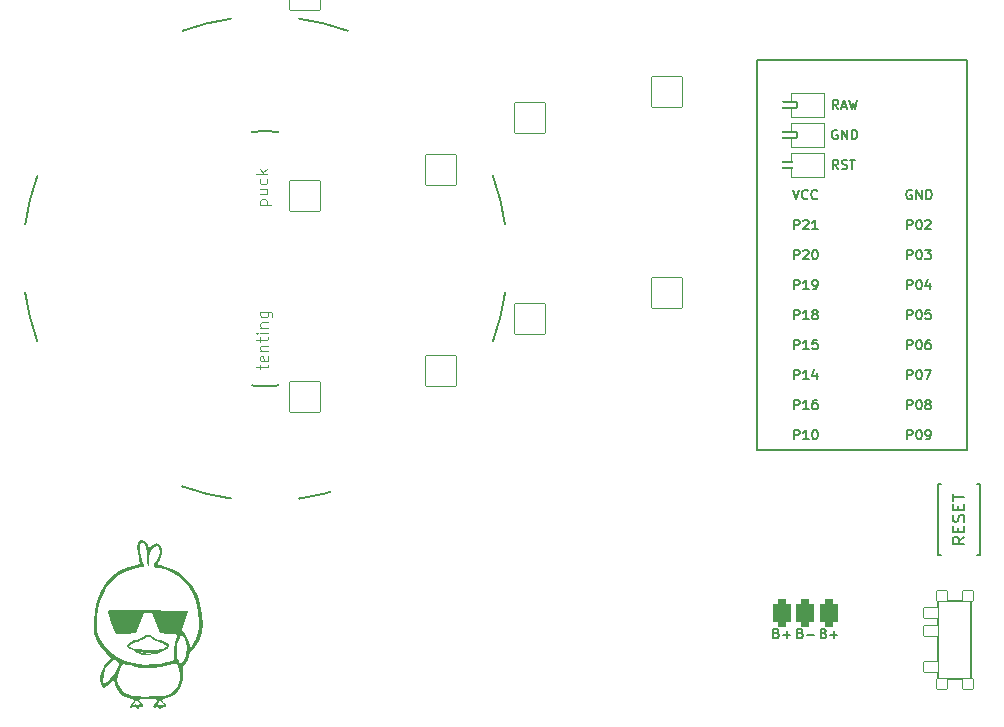
<source format=gto>
%TF.GenerationSoftware,KiCad,Pcbnew,(6.0.4)*%
%TF.CreationDate,2022-05-01T21:27:57+02:00*%
%TF.ProjectId,battamini_reversable,62617474-616d-4696-9e69-5f7265766572,v1.0.0*%
%TF.SameCoordinates,Original*%
%TF.FileFunction,Legend,Top*%
%TF.FilePolarity,Positive*%
%FSLAX46Y46*%
G04 Gerber Fmt 4.6, Leading zero omitted, Abs format (unit mm)*
G04 Created by KiCad (PCBNEW (6.0.4)) date 2022-05-01 21:27:57*
%MOMM*%
%LPD*%
G01*
G04 APERTURE LIST*
G04 Aperture macros list*
%AMRoundRect*
0 Rectangle with rounded corners*
0 $1 Rounding radius*
0 $2 $3 $4 $5 $6 $7 $8 $9 X,Y pos of 4 corners*
0 Add a 4 corners polygon primitive as box body*
4,1,4,$2,$3,$4,$5,$6,$7,$8,$9,$2,$3,0*
0 Add four circle primitives for the rounded corners*
1,1,$1+$1,$2,$3*
1,1,$1+$1,$4,$5*
1,1,$1+$1,$6,$7*
1,1,$1+$1,$8,$9*
0 Add four rect primitives between the rounded corners*
20,1,$1+$1,$2,$3,$4,$5,0*
20,1,$1+$1,$4,$5,$6,$7,0*
20,1,$1+$1,$6,$7,$8,$9,0*
20,1,$1+$1,$8,$9,$2,$3,0*%
%AMFreePoly0*
4,1,16,0.535355,0.785355,0.550000,0.750000,0.550000,-0.750000,0.535355,-0.785355,0.500000,-0.800000,-0.650000,-0.800000,-0.685355,-0.785355,-0.700000,-0.750000,-0.691603,-0.722265,-0.210093,0.000000,-0.691603,0.722265,-0.699029,0.759806,-0.677735,0.791603,-0.650000,0.800000,0.500000,0.800000,0.535355,0.785355,0.535355,0.785355,$1*%
%AMFreePoly1*
4,1,16,0.535355,0.785355,0.541603,0.777735,1.041603,0.027735,1.049029,-0.009806,1.041603,-0.027735,0.541603,-0.777735,0.509806,-0.799029,0.500000,-0.800000,-0.500000,-0.800000,-0.535355,-0.785355,-0.550000,-0.750000,-0.550000,0.750000,-0.535355,0.785355,-0.500000,0.800000,0.500000,0.800000,0.535355,0.785355,0.535355,0.785355,$1*%
G04 Aperture macros list end*
%ADD10C,0.150000*%
%ADD11C,0.100000*%
%ADD12C,0.120000*%
%ADD13C,0.200000*%
%ADD14RoundRect,0.375000X-0.375000X-0.750000X0.375000X-0.750000X0.375000X0.750000X-0.375000X0.750000X0*%
%ADD15C,2.000000*%
%ADD16C,1.752600*%
%ADD17RoundRect,0.050000X-0.450000X0.450000X-0.450000X-0.450000X0.450000X-0.450000X0.450000X0.450000X0*%
%ADD18RoundRect,0.050000X-0.625000X0.450000X-0.625000X-0.450000X0.625000X-0.450000X0.625000X0.450000X0*%
%ADD19RoundRect,0.425000X-0.375000X-0.750000X0.375000X-0.750000X0.375000X0.750000X-0.375000X0.750000X0*%
%ADD20C,2.100000*%
%ADD21C,3.100000*%
%ADD22C,1.801800*%
%ADD23C,3.529000*%
%ADD24RoundRect,0.050000X-1.054507X-1.505993X1.505993X-1.054507X1.054507X1.505993X-1.505993X1.054507X0*%
%ADD25C,2.132000*%
%ADD26RoundRect,0.050000X-1.181751X-1.408356X1.408356X-1.181751X1.181751X1.408356X-1.408356X1.181751X0*%
%ADD27RoundRect,0.050000X-1.300000X-1.300000X1.300000X-1.300000X1.300000X1.300000X-1.300000X1.300000X0*%
%ADD28RoundRect,0.050000X-1.775833X-0.475833X0.475833X-1.775833X1.775833X0.475833X-0.475833X1.775833X0*%
%ADD29C,1.100000*%
%ADD30RoundRect,0.050000X-0.863113X-1.623279X1.623279X-0.863113X0.863113X1.623279X-1.623279X0.863113X0*%
%ADD31RoundRect,0.050000X-1.592168X-0.919239X0.919239X-1.592168X1.592168X0.919239X-0.919239X1.592168X0*%
%ADD32C,1.852600*%
%ADD33FreePoly0,180.000000*%
%ADD34RoundRect,0.050000X-0.762000X0.250000X-0.762000X-0.250000X0.762000X-0.250000X0.762000X0.250000X0*%
%ADD35FreePoly1,180.000000*%
%ADD36C,4.500000*%
G04 APERTURE END LIST*
D10*
%TO.C,PAD1*%
X149107300Y56420824D02*
X149221586Y56382729D01*
X149259681Y56344634D01*
X149297776Y56268443D01*
X149297776Y56154158D01*
X149259681Y56077967D01*
X149221586Y56039872D01*
X149145396Y56001777D01*
X148840634Y56001777D01*
X148840634Y56801777D01*
X149107300Y56801777D01*
X149183491Y56763682D01*
X149221586Y56725586D01*
X149259681Y56649396D01*
X149259681Y56573205D01*
X149221586Y56497015D01*
X149183491Y56458920D01*
X149107300Y56420824D01*
X148840634Y56420824D01*
X149640634Y56306539D02*
X150250157Y56306539D01*
X147107300Y56420824D02*
X147221586Y56382729D01*
X147259681Y56344634D01*
X147297776Y56268443D01*
X147297776Y56154158D01*
X147259681Y56077967D01*
X147221586Y56039872D01*
X147145396Y56001777D01*
X146840634Y56001777D01*
X146840634Y56801777D01*
X147107300Y56801777D01*
X147183491Y56763682D01*
X147221586Y56725586D01*
X147259681Y56649396D01*
X147259681Y56573205D01*
X147221586Y56497015D01*
X147183491Y56458920D01*
X147107300Y56420824D01*
X146840634Y56420824D01*
X147640634Y56306539D02*
X148250157Y56306539D01*
X147945396Y56001777D02*
X147945396Y56611301D01*
X151107300Y56420824D02*
X151221586Y56382729D01*
X151259681Y56344634D01*
X151297776Y56268443D01*
X151297776Y56154158D01*
X151259681Y56077967D01*
X151221586Y56039872D01*
X151145396Y56001777D01*
X150840634Y56001777D01*
X150840634Y56801777D01*
X151107300Y56801777D01*
X151183491Y56763682D01*
X151221586Y56725586D01*
X151259681Y56649396D01*
X151259681Y56573205D01*
X151221586Y56497015D01*
X151183491Y56458920D01*
X151107300Y56420824D01*
X150840634Y56420824D01*
X151640634Y56306539D02*
X152250157Y56306539D01*
X151945396Y56001777D02*
X151945396Y56611301D01*
%TO.C,B1*%
X163012380Y64587619D02*
X162536190Y64254285D01*
X163012380Y64016190D02*
X162012380Y64016190D01*
X162012380Y64397142D01*
X162060000Y64492380D01*
X162107619Y64540000D01*
X162202857Y64587619D01*
X162345714Y64587619D01*
X162440952Y64540000D01*
X162488571Y64492380D01*
X162536190Y64397142D01*
X162536190Y64016190D01*
X162488571Y65016190D02*
X162488571Y65349523D01*
X163012380Y65492380D02*
X163012380Y65016190D01*
X162012380Y65016190D01*
X162012380Y65492380D01*
X162964761Y65873333D02*
X163012380Y66016190D01*
X163012380Y66254285D01*
X162964761Y66349523D01*
X162917142Y66397142D01*
X162821904Y66444761D01*
X162726666Y66444761D01*
X162631428Y66397142D01*
X162583809Y66349523D01*
X162536190Y66254285D01*
X162488571Y66063809D01*
X162440952Y65968571D01*
X162393333Y65920952D01*
X162298095Y65873333D01*
X162202857Y65873333D01*
X162107619Y65920952D01*
X162060000Y65968571D01*
X162012380Y66063809D01*
X162012380Y66301904D01*
X162060000Y66444761D01*
X162488571Y66873333D02*
X162488571Y67206666D01*
X163012380Y67349523D02*
X163012380Y66873333D01*
X162012380Y66873333D01*
X162012380Y67349523D01*
X162012380Y67635238D02*
X162012380Y68206666D01*
X163012380Y67920952D02*
X162012380Y67920952D01*
%TO.C,MCU1*%
X158185784Y75380637D02*
X158185784Y76180637D01*
X158490546Y76180637D01*
X158566736Y76142542D01*
X158604832Y76104446D01*
X158642927Y76028256D01*
X158642927Y75913970D01*
X158604832Y75837780D01*
X158566736Y75799684D01*
X158490546Y75761589D01*
X158185784Y75761589D01*
X159138165Y76180637D02*
X159214355Y76180637D01*
X159290546Y76142542D01*
X159328641Y76104446D01*
X159366736Y76028256D01*
X159404832Y75875875D01*
X159404832Y75685399D01*
X159366736Y75533018D01*
X159328641Y75456827D01*
X159290546Y75418732D01*
X159214355Y75380637D01*
X159138165Y75380637D01*
X159061974Y75418732D01*
X159023879Y75456827D01*
X158985784Y75533018D01*
X158947689Y75685399D01*
X158947689Y75875875D01*
X158985784Y76028256D01*
X159023879Y76104446D01*
X159061974Y76142542D01*
X159138165Y76180637D01*
X159861974Y75837780D02*
X159785784Y75875875D01*
X159747689Y75913970D01*
X159709593Y75990161D01*
X159709593Y76028256D01*
X159747689Y76104446D01*
X159785784Y76142542D01*
X159861974Y76180637D01*
X160014355Y76180637D01*
X160090546Y76142542D01*
X160128641Y76104446D01*
X160166736Y76028256D01*
X160166736Y75990161D01*
X160128641Y75913970D01*
X160090546Y75875875D01*
X160014355Y75837780D01*
X159861974Y75837780D01*
X159785784Y75799684D01*
X159747689Y75761589D01*
X159709593Y75685399D01*
X159709593Y75533018D01*
X159747689Y75456827D01*
X159785784Y75418732D01*
X159861974Y75380637D01*
X160014355Y75380637D01*
X160090546Y75418732D01*
X160128641Y75456827D01*
X160166736Y75533018D01*
X160166736Y75685399D01*
X160128641Y75761589D01*
X160090546Y75799684D01*
X160014355Y75837780D01*
X148585784Y90620637D02*
X148585784Y91420637D01*
X148890546Y91420637D01*
X148966736Y91382542D01*
X149004832Y91344446D01*
X149042927Y91268256D01*
X149042927Y91153970D01*
X149004832Y91077780D01*
X148966736Y91039684D01*
X148890546Y91001589D01*
X148585784Y91001589D01*
X149347689Y91344446D02*
X149385784Y91382542D01*
X149461974Y91420637D01*
X149652451Y91420637D01*
X149728641Y91382542D01*
X149766736Y91344446D01*
X149804832Y91268256D01*
X149804832Y91192065D01*
X149766736Y91077780D01*
X149309593Y90620637D01*
X149804832Y90620637D01*
X150566736Y90620637D02*
X150109593Y90620637D01*
X150338165Y90620637D02*
X150338165Y91420637D01*
X150261974Y91306351D01*
X150185784Y91230161D01*
X150109593Y91192065D01*
X148585784Y77920637D02*
X148585784Y78720637D01*
X148890546Y78720637D01*
X148966736Y78682542D01*
X149004832Y78644446D01*
X149042927Y78568256D01*
X149042927Y78453970D01*
X149004832Y78377780D01*
X148966736Y78339684D01*
X148890546Y78301589D01*
X148585784Y78301589D01*
X149804832Y77920637D02*
X149347689Y77920637D01*
X149576260Y77920637D02*
X149576260Y78720637D01*
X149500070Y78606351D01*
X149423879Y78530161D01*
X149347689Y78492065D01*
X150490546Y78453970D02*
X150490546Y77920637D01*
X150300070Y78758732D02*
X150109593Y78187303D01*
X150604832Y78187303D01*
X148585784Y88080637D02*
X148585784Y88880637D01*
X148890546Y88880637D01*
X148966736Y88842542D01*
X149004832Y88804446D01*
X149042927Y88728256D01*
X149042927Y88613970D01*
X149004832Y88537780D01*
X148966736Y88499684D01*
X148890546Y88461589D01*
X148585784Y88461589D01*
X149347689Y88804446D02*
X149385784Y88842542D01*
X149461974Y88880637D01*
X149652451Y88880637D01*
X149728641Y88842542D01*
X149766736Y88804446D01*
X149804832Y88728256D01*
X149804832Y88652065D01*
X149766736Y88537780D01*
X149309593Y88080637D01*
X149804832Y88080637D01*
X150300070Y88880637D02*
X150376260Y88880637D01*
X150452451Y88842542D01*
X150490546Y88804446D01*
X150528641Y88728256D01*
X150566736Y88575875D01*
X150566736Y88385399D01*
X150528641Y88233018D01*
X150490546Y88156827D01*
X150452451Y88118732D01*
X150376260Y88080637D01*
X150300070Y88080637D01*
X150223879Y88118732D01*
X150185784Y88156827D01*
X150147689Y88233018D01*
X150109593Y88385399D01*
X150109593Y88575875D01*
X150147689Y88728256D01*
X150185784Y88804446D01*
X150223879Y88842542D01*
X150300070Y88880637D01*
X152305594Y95700637D02*
X152038928Y96081589D01*
X151848451Y95700637D02*
X151848451Y96500637D01*
X152153213Y96500637D01*
X152229404Y96462542D01*
X152267499Y96424446D01*
X152305594Y96348256D01*
X152305594Y96233970D01*
X152267499Y96157780D01*
X152229404Y96119684D01*
X152153213Y96081589D01*
X151848451Y96081589D01*
X152610356Y95738732D02*
X152724642Y95700637D01*
X152915118Y95700637D01*
X152991309Y95738732D01*
X153029404Y95776827D01*
X153067499Y95853018D01*
X153067499Y95929208D01*
X153029404Y96005399D01*
X152991309Y96043494D01*
X152915118Y96081589D01*
X152762737Y96119684D01*
X152686547Y96157780D01*
X152648451Y96195875D01*
X152610356Y96272065D01*
X152610356Y96348256D01*
X152648451Y96424446D01*
X152686547Y96462542D01*
X152762737Y96500637D01*
X152953213Y96500637D01*
X153067499Y96462542D01*
X153296070Y96500637D02*
X153753213Y96500637D01*
X153524642Y95700637D02*
X153524642Y96500637D01*
X158185784Y72840637D02*
X158185784Y73640637D01*
X158490546Y73640637D01*
X158566736Y73602542D01*
X158604832Y73564446D01*
X158642927Y73488256D01*
X158642927Y73373970D01*
X158604832Y73297780D01*
X158566736Y73259684D01*
X158490546Y73221589D01*
X158185784Y73221589D01*
X159138165Y73640637D02*
X159214355Y73640637D01*
X159290546Y73602542D01*
X159328641Y73564446D01*
X159366736Y73488256D01*
X159404832Y73335875D01*
X159404832Y73145399D01*
X159366736Y72993018D01*
X159328641Y72916827D01*
X159290546Y72878732D01*
X159214355Y72840637D01*
X159138165Y72840637D01*
X159061974Y72878732D01*
X159023879Y72916827D01*
X158985784Y72993018D01*
X158947689Y73145399D01*
X158947689Y73335875D01*
X158985784Y73488256D01*
X159023879Y73564446D01*
X159061974Y73602542D01*
X159138165Y73640637D01*
X159785784Y72840637D02*
X159938165Y72840637D01*
X160014355Y72878732D01*
X160052451Y72916827D01*
X160128641Y73031113D01*
X160166736Y73183494D01*
X160166736Y73488256D01*
X160128641Y73564446D01*
X160090546Y73602542D01*
X160014355Y73640637D01*
X159861974Y73640637D01*
X159785784Y73602542D01*
X159747689Y73564446D01*
X159709593Y73488256D01*
X159709593Y73297780D01*
X159747689Y73221589D01*
X159785784Y73183494D01*
X159861974Y73145399D01*
X160014355Y73145399D01*
X160090546Y73183494D01*
X160128641Y73221589D01*
X160166736Y73297780D01*
X148585784Y75380637D02*
X148585784Y76180637D01*
X148890546Y76180637D01*
X148966736Y76142542D01*
X149004832Y76104446D01*
X149042927Y76028256D01*
X149042927Y75913970D01*
X149004832Y75837780D01*
X148966736Y75799684D01*
X148890546Y75761589D01*
X148585784Y75761589D01*
X149804832Y75380637D02*
X149347689Y75380637D01*
X149576260Y75380637D02*
X149576260Y76180637D01*
X149500070Y76066351D01*
X149423879Y75990161D01*
X149347689Y75952065D01*
X150490546Y76180637D02*
X150338165Y76180637D01*
X150261974Y76142542D01*
X150223879Y76104446D01*
X150147689Y75990161D01*
X150109593Y75837780D01*
X150109593Y75533018D01*
X150147689Y75456827D01*
X150185784Y75418732D01*
X150261974Y75380637D01*
X150414355Y75380637D01*
X150490546Y75418732D01*
X150528641Y75456827D01*
X150566736Y75533018D01*
X150566736Y75723494D01*
X150528641Y75799684D01*
X150490546Y75837780D01*
X150414355Y75875875D01*
X150261974Y75875875D01*
X150185784Y75837780D01*
X150147689Y75799684D01*
X150109593Y75723494D01*
X152305595Y100780637D02*
X152038928Y101161589D01*
X151848452Y100780637D02*
X151848452Y101580637D01*
X152153214Y101580637D01*
X152229404Y101542542D01*
X152267499Y101504446D01*
X152305595Y101428256D01*
X152305595Y101313970D01*
X152267499Y101237780D01*
X152229404Y101199684D01*
X152153214Y101161589D01*
X151848452Y101161589D01*
X152610356Y101009208D02*
X152991309Y101009208D01*
X152534166Y100780637D02*
X152800833Y101580637D01*
X153067499Y100780637D01*
X153257976Y101580637D02*
X153448452Y100780637D01*
X153600833Y101352065D01*
X153753214Y100780637D01*
X153943690Y101580637D01*
X158185784Y90620637D02*
X158185784Y91420637D01*
X158490546Y91420637D01*
X158566736Y91382542D01*
X158604832Y91344446D01*
X158642927Y91268256D01*
X158642927Y91153970D01*
X158604832Y91077780D01*
X158566736Y91039684D01*
X158490546Y91001589D01*
X158185784Y91001589D01*
X159138165Y91420637D02*
X159214355Y91420637D01*
X159290546Y91382542D01*
X159328641Y91344446D01*
X159366736Y91268256D01*
X159404832Y91115875D01*
X159404832Y90925399D01*
X159366736Y90773018D01*
X159328641Y90696827D01*
X159290546Y90658732D01*
X159214355Y90620637D01*
X159138165Y90620637D01*
X159061974Y90658732D01*
X159023879Y90696827D01*
X158985784Y90773018D01*
X158947689Y90925399D01*
X158947689Y91115875D01*
X158985784Y91268256D01*
X159023879Y91344446D01*
X159061974Y91382542D01*
X159138165Y91420637D01*
X159709593Y91344446D02*
X159747689Y91382542D01*
X159823879Y91420637D01*
X160014355Y91420637D01*
X160090546Y91382542D01*
X160128641Y91344446D01*
X160166736Y91268256D01*
X160166736Y91192065D01*
X160128641Y91077780D01*
X159671498Y90620637D01*
X160166736Y90620637D01*
X148585784Y83000637D02*
X148585784Y83800637D01*
X148890546Y83800637D01*
X148966736Y83762542D01*
X149004832Y83724446D01*
X149042927Y83648256D01*
X149042927Y83533970D01*
X149004832Y83457780D01*
X148966736Y83419684D01*
X148890546Y83381589D01*
X148585784Y83381589D01*
X149804832Y83000637D02*
X149347689Y83000637D01*
X149576260Y83000637D02*
X149576260Y83800637D01*
X149500070Y83686351D01*
X149423879Y83610161D01*
X149347689Y83572065D01*
X150261974Y83457780D02*
X150185784Y83495875D01*
X150147689Y83533970D01*
X150109593Y83610161D01*
X150109593Y83648256D01*
X150147689Y83724446D01*
X150185784Y83762542D01*
X150261974Y83800637D01*
X150414355Y83800637D01*
X150490546Y83762542D01*
X150528641Y83724446D01*
X150566736Y83648256D01*
X150566736Y83610161D01*
X150528641Y83533970D01*
X150490546Y83495875D01*
X150414355Y83457780D01*
X150261974Y83457780D01*
X150185784Y83419684D01*
X150147689Y83381589D01*
X150109593Y83305399D01*
X150109593Y83153018D01*
X150147689Y83076827D01*
X150185784Y83038732D01*
X150261974Y83000637D01*
X150414355Y83000637D01*
X150490546Y83038732D01*
X150528641Y83076827D01*
X150566736Y83153018D01*
X150566736Y83305399D01*
X150528641Y83381589D01*
X150490546Y83419684D01*
X150414355Y83457780D01*
X148585784Y72840637D02*
X148585784Y73640637D01*
X148890546Y73640637D01*
X148966736Y73602542D01*
X149004832Y73564446D01*
X149042927Y73488256D01*
X149042927Y73373970D01*
X149004832Y73297780D01*
X148966736Y73259684D01*
X148890546Y73221589D01*
X148585784Y73221589D01*
X149804832Y72840637D02*
X149347689Y72840637D01*
X149576260Y72840637D02*
X149576260Y73640637D01*
X149500070Y73526351D01*
X149423879Y73450161D01*
X149347689Y73412065D01*
X150300070Y73640637D02*
X150376260Y73640637D01*
X150452451Y73602542D01*
X150490546Y73564446D01*
X150528641Y73488256D01*
X150566736Y73335875D01*
X150566736Y73145399D01*
X150528641Y72993018D01*
X150490546Y72916827D01*
X150452451Y72878732D01*
X150376260Y72840637D01*
X150300070Y72840637D01*
X150223879Y72878732D01*
X150185784Y72916827D01*
X150147689Y72993018D01*
X150109593Y73145399D01*
X150109593Y73335875D01*
X150147689Y73488256D01*
X150185784Y73564446D01*
X150223879Y73602542D01*
X150300070Y73640637D01*
X158547689Y93922542D02*
X158471498Y93960637D01*
X158357213Y93960637D01*
X158242927Y93922542D01*
X158166736Y93846351D01*
X158128641Y93770161D01*
X158090546Y93617780D01*
X158090546Y93503494D01*
X158128641Y93351113D01*
X158166736Y93274922D01*
X158242927Y93198732D01*
X158357213Y93160637D01*
X158433403Y93160637D01*
X158547689Y93198732D01*
X158585784Y93236827D01*
X158585784Y93503494D01*
X158433403Y93503494D01*
X158928641Y93160637D02*
X158928641Y93960637D01*
X159385784Y93160637D01*
X159385784Y93960637D01*
X159766736Y93160637D02*
X159766736Y93960637D01*
X159957213Y93960637D01*
X160071498Y93922542D01*
X160147689Y93846351D01*
X160185784Y93770161D01*
X160223879Y93617780D01*
X160223879Y93503494D01*
X160185784Y93351113D01*
X160147689Y93274922D01*
X160071498Y93198732D01*
X159957213Y93160637D01*
X159766736Y93160637D01*
X158185784Y88080637D02*
X158185784Y88880637D01*
X158490546Y88880637D01*
X158566736Y88842542D01*
X158604832Y88804446D01*
X158642927Y88728256D01*
X158642927Y88613970D01*
X158604832Y88537780D01*
X158566736Y88499684D01*
X158490546Y88461589D01*
X158185784Y88461589D01*
X159138165Y88880637D02*
X159214355Y88880637D01*
X159290546Y88842542D01*
X159328641Y88804446D01*
X159366736Y88728256D01*
X159404832Y88575875D01*
X159404832Y88385399D01*
X159366736Y88233018D01*
X159328641Y88156827D01*
X159290546Y88118732D01*
X159214355Y88080637D01*
X159138165Y88080637D01*
X159061974Y88118732D01*
X159023879Y88156827D01*
X158985784Y88233018D01*
X158947689Y88385399D01*
X158947689Y88575875D01*
X158985784Y88728256D01*
X159023879Y88804446D01*
X159061974Y88842542D01*
X159138165Y88880637D01*
X159671498Y88880637D02*
X160166736Y88880637D01*
X159900070Y88575875D01*
X160014355Y88575875D01*
X160090546Y88537780D01*
X160128641Y88499684D01*
X160166736Y88423494D01*
X160166736Y88233018D01*
X160128641Y88156827D01*
X160090546Y88118732D01*
X160014355Y88080637D01*
X159785784Y88080637D01*
X159709593Y88118732D01*
X159671498Y88156827D01*
X158185784Y77920637D02*
X158185784Y78720637D01*
X158490546Y78720637D01*
X158566736Y78682542D01*
X158604832Y78644446D01*
X158642927Y78568256D01*
X158642927Y78453970D01*
X158604832Y78377780D01*
X158566736Y78339684D01*
X158490546Y78301589D01*
X158185784Y78301589D01*
X159138165Y78720637D02*
X159214355Y78720637D01*
X159290546Y78682542D01*
X159328641Y78644446D01*
X159366736Y78568256D01*
X159404832Y78415875D01*
X159404832Y78225399D01*
X159366736Y78073018D01*
X159328641Y77996827D01*
X159290546Y77958732D01*
X159214355Y77920637D01*
X159138165Y77920637D01*
X159061974Y77958732D01*
X159023879Y77996827D01*
X158985784Y78073018D01*
X158947689Y78225399D01*
X158947689Y78415875D01*
X158985784Y78568256D01*
X159023879Y78644446D01*
X159061974Y78682542D01*
X159138165Y78720637D01*
X159671498Y78720637D02*
X160204832Y78720637D01*
X159861974Y77920637D01*
X148585784Y85540637D02*
X148585784Y86340637D01*
X148890546Y86340637D01*
X148966736Y86302542D01*
X149004832Y86264446D01*
X149042927Y86188256D01*
X149042927Y86073970D01*
X149004832Y85997780D01*
X148966736Y85959684D01*
X148890546Y85921589D01*
X148585784Y85921589D01*
X149804832Y85540637D02*
X149347689Y85540637D01*
X149576260Y85540637D02*
X149576260Y86340637D01*
X149500070Y86226351D01*
X149423879Y86150161D01*
X149347689Y86112065D01*
X150185784Y85540637D02*
X150338165Y85540637D01*
X150414355Y85578732D01*
X150452451Y85616827D01*
X150528641Y85731113D01*
X150566736Y85883494D01*
X150566736Y86188256D01*
X150528641Y86264446D01*
X150490546Y86302542D01*
X150414355Y86340637D01*
X150261974Y86340637D01*
X150185784Y86302542D01*
X150147689Y86264446D01*
X150109593Y86188256D01*
X150109593Y85997780D01*
X150147689Y85921589D01*
X150185784Y85883494D01*
X150261974Y85845399D01*
X150414355Y85845399D01*
X150490546Y85883494D01*
X150528641Y85921589D01*
X150566736Y85997780D01*
X152248452Y99002542D02*
X152172261Y99040637D01*
X152057976Y99040637D01*
X151943690Y99002542D01*
X151867499Y98926351D01*
X151829404Y98850161D01*
X151791309Y98697780D01*
X151791309Y98583494D01*
X151829404Y98431113D01*
X151867499Y98354922D01*
X151943690Y98278732D01*
X152057976Y98240637D01*
X152134166Y98240637D01*
X152248452Y98278732D01*
X152286547Y98316827D01*
X152286547Y98583494D01*
X152134166Y98583494D01*
X152629404Y98240637D02*
X152629404Y99040637D01*
X153086547Y98240637D01*
X153086547Y99040637D01*
X153467499Y98240637D02*
X153467499Y99040637D01*
X153657976Y99040637D01*
X153772261Y99002542D01*
X153848452Y98926351D01*
X153886547Y98850161D01*
X153924642Y98697780D01*
X153924642Y98583494D01*
X153886547Y98431113D01*
X153848452Y98354922D01*
X153772261Y98278732D01*
X153657976Y98240637D01*
X153467499Y98240637D01*
X158185784Y85540637D02*
X158185784Y86340637D01*
X158490546Y86340637D01*
X158566736Y86302542D01*
X158604832Y86264446D01*
X158642927Y86188256D01*
X158642927Y86073970D01*
X158604832Y85997780D01*
X158566736Y85959684D01*
X158490546Y85921589D01*
X158185784Y85921589D01*
X159138165Y86340637D02*
X159214355Y86340637D01*
X159290546Y86302542D01*
X159328641Y86264446D01*
X159366736Y86188256D01*
X159404832Y86035875D01*
X159404832Y85845399D01*
X159366736Y85693018D01*
X159328641Y85616827D01*
X159290546Y85578732D01*
X159214355Y85540637D01*
X159138165Y85540637D01*
X159061974Y85578732D01*
X159023879Y85616827D01*
X158985784Y85693018D01*
X158947689Y85845399D01*
X158947689Y86035875D01*
X158985784Y86188256D01*
X159023879Y86264446D01*
X159061974Y86302542D01*
X159138165Y86340637D01*
X160090546Y86073970D02*
X160090546Y85540637D01*
X159900070Y86378732D02*
X159709593Y85807303D01*
X160204832Y85807303D01*
X158185784Y83000637D02*
X158185784Y83800637D01*
X158490546Y83800637D01*
X158566736Y83762542D01*
X158604832Y83724446D01*
X158642927Y83648256D01*
X158642927Y83533970D01*
X158604832Y83457780D01*
X158566736Y83419684D01*
X158490546Y83381589D01*
X158185784Y83381589D01*
X159138165Y83800637D02*
X159214355Y83800637D01*
X159290546Y83762542D01*
X159328641Y83724446D01*
X159366736Y83648256D01*
X159404832Y83495875D01*
X159404832Y83305399D01*
X159366736Y83153018D01*
X159328641Y83076827D01*
X159290546Y83038732D01*
X159214355Y83000637D01*
X159138165Y83000637D01*
X159061974Y83038732D01*
X159023879Y83076827D01*
X158985784Y83153018D01*
X158947689Y83305399D01*
X158947689Y83495875D01*
X158985784Y83648256D01*
X159023879Y83724446D01*
X159061974Y83762542D01*
X159138165Y83800637D01*
X160128641Y83800637D02*
X159747689Y83800637D01*
X159709593Y83419684D01*
X159747689Y83457780D01*
X159823879Y83495875D01*
X160014355Y83495875D01*
X160090546Y83457780D01*
X160128641Y83419684D01*
X160166736Y83343494D01*
X160166736Y83153018D01*
X160128641Y83076827D01*
X160090546Y83038732D01*
X160014355Y83000637D01*
X159823879Y83000637D01*
X159747689Y83038732D01*
X159709593Y83076827D01*
X148585784Y80460637D02*
X148585784Y81260637D01*
X148890546Y81260637D01*
X148966736Y81222542D01*
X149004832Y81184446D01*
X149042927Y81108256D01*
X149042927Y80993970D01*
X149004832Y80917780D01*
X148966736Y80879684D01*
X148890546Y80841589D01*
X148585784Y80841589D01*
X149804832Y80460637D02*
X149347689Y80460637D01*
X149576260Y80460637D02*
X149576260Y81260637D01*
X149500070Y81146351D01*
X149423879Y81070161D01*
X149347689Y81032065D01*
X150528641Y81260637D02*
X150147689Y81260637D01*
X150109593Y80879684D01*
X150147689Y80917780D01*
X150223879Y80955875D01*
X150414355Y80955875D01*
X150490546Y80917780D01*
X150528641Y80879684D01*
X150566736Y80803494D01*
X150566736Y80613018D01*
X150528641Y80536827D01*
X150490546Y80498732D01*
X150414355Y80460637D01*
X150223879Y80460637D01*
X150147689Y80498732D01*
X150109593Y80536827D01*
X158185784Y80460637D02*
X158185784Y81260637D01*
X158490546Y81260637D01*
X158566736Y81222542D01*
X158604832Y81184446D01*
X158642927Y81108256D01*
X158642927Y80993970D01*
X158604832Y80917780D01*
X158566736Y80879684D01*
X158490546Y80841589D01*
X158185784Y80841589D01*
X159138165Y81260637D02*
X159214355Y81260637D01*
X159290546Y81222542D01*
X159328641Y81184446D01*
X159366736Y81108256D01*
X159404832Y80955875D01*
X159404832Y80765399D01*
X159366736Y80613018D01*
X159328641Y80536827D01*
X159290546Y80498732D01*
X159214355Y80460637D01*
X159138165Y80460637D01*
X159061974Y80498732D01*
X159023879Y80536827D01*
X158985784Y80613018D01*
X158947689Y80765399D01*
X158947689Y80955875D01*
X158985784Y81108256D01*
X159023879Y81184446D01*
X159061974Y81222542D01*
X159138165Y81260637D01*
X160090546Y81260637D02*
X159938165Y81260637D01*
X159861974Y81222542D01*
X159823879Y81184446D01*
X159747689Y81070161D01*
X159709593Y80917780D01*
X159709593Y80613018D01*
X159747689Y80536827D01*
X159785784Y80498732D01*
X159861974Y80460637D01*
X160014355Y80460637D01*
X160090546Y80498732D01*
X160128641Y80536827D01*
X160166736Y80613018D01*
X160166736Y80803494D01*
X160128641Y80879684D01*
X160090546Y80917780D01*
X160014355Y80955875D01*
X159861974Y80955875D01*
X159785784Y80917780D01*
X159747689Y80879684D01*
X159709593Y80803494D01*
X148490546Y93960637D02*
X148757213Y93160637D01*
X149023879Y93960637D01*
X149747689Y93236827D02*
X149709593Y93198732D01*
X149595308Y93160637D01*
X149519117Y93160637D01*
X149404832Y93198732D01*
X149328641Y93274922D01*
X149290546Y93351113D01*
X149252451Y93503494D01*
X149252451Y93617780D01*
X149290546Y93770161D01*
X149328641Y93846351D01*
X149404832Y93922542D01*
X149519117Y93960637D01*
X149595308Y93960637D01*
X149709593Y93922542D01*
X149747689Y93884446D01*
X150547689Y93236827D02*
X150509593Y93198732D01*
X150395308Y93160637D01*
X150319117Y93160637D01*
X150204832Y93198732D01*
X150128641Y93274922D01*
X150090546Y93351113D01*
X150052451Y93503494D01*
X150052451Y93617780D01*
X150090546Y93770161D01*
X150128641Y93846351D01*
X150204832Y93922542D01*
X150319117Y93960637D01*
X150395308Y93960637D01*
X150509593Y93922542D01*
X150547689Y93884446D01*
D11*
%TO.C,REF\u002A\u002A*%
X103392434Y78783427D02*
X103392434Y79164379D01*
X103059100Y78926284D02*
X103916243Y78926284D01*
X104011481Y78973903D01*
X104059100Y79069141D01*
X104059100Y79164379D01*
X104011481Y79878665D02*
X104059100Y79783427D01*
X104059100Y79592950D01*
X104011481Y79497712D01*
X103916243Y79450093D01*
X103535291Y79450093D01*
X103440053Y79497712D01*
X103392434Y79592950D01*
X103392434Y79783427D01*
X103440053Y79878665D01*
X103535291Y79926284D01*
X103630529Y79926284D01*
X103725767Y79450093D01*
X103392434Y80354855D02*
X104059100Y80354855D01*
X103487672Y80354855D02*
X103440053Y80402474D01*
X103392434Y80497712D01*
X103392434Y80640569D01*
X103440053Y80735807D01*
X103535291Y80783427D01*
X104059100Y80783427D01*
X103392434Y81116760D02*
X103392434Y81497712D01*
X103059100Y81259617D02*
X103916243Y81259617D01*
X104011481Y81307236D01*
X104059100Y81402474D01*
X104059100Y81497712D01*
X104059100Y81831046D02*
X103392434Y81831046D01*
X103059100Y81831046D02*
X103106720Y81783427D01*
X103154339Y81831046D01*
X103106720Y81878665D01*
X103059100Y81831046D01*
X103154339Y81831046D01*
X103392434Y82307236D02*
X104059100Y82307236D01*
X103487672Y82307236D02*
X103440053Y82354855D01*
X103392434Y82450093D01*
X103392434Y82592950D01*
X103440053Y82688188D01*
X103535291Y82735807D01*
X104059100Y82735807D01*
X103392434Y83640569D02*
X104201958Y83640569D01*
X104297196Y83592950D01*
X104344815Y83545331D01*
X104392434Y83450093D01*
X104392434Y83307236D01*
X104344815Y83211998D01*
X104011481Y83640569D02*
X104059100Y83545331D01*
X104059100Y83354855D01*
X104011481Y83259617D01*
X103963862Y83211998D01*
X103868624Y83164379D01*
X103582910Y83164379D01*
X103487672Y83211998D01*
X103440053Y83259617D01*
X103392434Y83354855D01*
X103392434Y83545331D01*
X103440053Y83640569D01*
X103328934Y92673927D02*
X104328934Y92673927D01*
X103376553Y92673927D02*
X103328934Y92769165D01*
X103328934Y92959641D01*
X103376553Y93054879D01*
X103424172Y93102498D01*
X103519410Y93150117D01*
X103805124Y93150117D01*
X103900362Y93102498D01*
X103947981Y93054879D01*
X103995600Y92959641D01*
X103995600Y92769165D01*
X103947981Y92673927D01*
X103328934Y94007260D02*
X103995600Y94007260D01*
X103328934Y93578688D02*
X103852743Y93578688D01*
X103947981Y93626307D01*
X103995600Y93721546D01*
X103995600Y93864403D01*
X103947981Y93959641D01*
X103900362Y94007260D01*
X103947981Y94912022D02*
X103995600Y94816784D01*
X103995600Y94626307D01*
X103947981Y94531069D01*
X103900362Y94483450D01*
X103805124Y94435831D01*
X103519410Y94435831D01*
X103424172Y94483450D01*
X103376553Y94531069D01*
X103328934Y94626307D01*
X103328934Y94816784D01*
X103376553Y94912022D01*
X103995600Y95340593D02*
X102995600Y95340593D01*
X103614648Y95435831D02*
X103995600Y95721546D01*
X103328934Y95721546D02*
X103709886Y95340593D01*
D10*
%TO.C,T1*%
X163592148Y59149495D02*
X160742148Y59149495D01*
X163592148Y53899495D02*
X163592148Y57799495D01*
X160742148Y59149495D02*
X160742148Y52549495D01*
X163592148Y55849495D02*
X163592148Y52549495D01*
X160742148Y52549495D02*
X163592148Y52549495D01*
X163592148Y55849495D02*
X163592148Y59149495D01*
%TO.C,B1*%
X160810000Y63040000D02*
X160810000Y69040000D01*
X164310000Y63040000D02*
X164310000Y69040000D01*
X160810000Y69040000D02*
X161060000Y69040000D01*
X164310000Y63040000D02*
X164060000Y63040000D01*
X164310000Y69040000D02*
X164060000Y69040000D01*
X160810000Y63040000D02*
X161060000Y63040000D01*
%TO.C,G\u002A\u002A\u002A*%
G36*
X92883978Y54811439D02*
G01*
X92740255Y54880814D01*
X92407058Y55056231D01*
X92211599Y55193916D01*
X92131416Y55310999D01*
X92130646Y55316839D01*
X92306885Y55316839D01*
X92323310Y55295956D01*
X92503738Y55201096D01*
X92814003Y55123189D01*
X93215242Y55064583D01*
X93668589Y55027628D01*
X94135180Y55014670D01*
X94576151Y55028060D01*
X94952637Y55070144D01*
X95174422Y55123679D01*
X95401772Y55233273D01*
X95460472Y55348492D01*
X95351061Y55468035D01*
X95074080Y55590598D01*
X94966078Y55625429D01*
X94664565Y55735323D01*
X94407590Y55860367D01*
X94283288Y55946404D01*
X94021677Y56093383D01*
X93736622Y56076183D01*
X93509613Y55948664D01*
X93306784Y55830100D01*
X93019752Y55709005D01*
X92844401Y55651219D01*
X92514387Y55534275D01*
X92332107Y55420696D01*
X92306885Y55316839D01*
X92130646Y55316839D01*
X92126422Y55348860D01*
X92205522Y55535943D01*
X92420663Y55696920D01*
X92738600Y55809825D01*
X92858300Y55832470D01*
X93154436Y55920791D01*
X93435028Y56068739D01*
X93454272Y56082600D01*
X93752550Y56247693D01*
X94019947Y56257391D01*
X94293936Y56111220D01*
X94343195Y56071400D01*
X94555160Y55931295D01*
X94751676Y55860051D01*
X94778751Y55857874D01*
X94966352Y55822347D01*
X95222502Y55735067D01*
X95328663Y55689960D01*
X95559074Y55566867D01*
X95659234Y55452976D01*
X95667330Y55340633D01*
X95591473Y55163612D01*
X95513088Y55091950D01*
X95111759Y54891462D01*
X94805697Y54759395D01*
X94543443Y54679643D01*
X94273536Y54636100D01*
X93989088Y54614958D01*
X93653008Y54603783D01*
X93402897Y54622991D01*
X93169604Y54687303D01*
X93109985Y54713214D01*
X93673799Y54713214D01*
X93780173Y54699930D01*
X93904422Y54697460D01*
X94087543Y54704065D01*
X94137812Y54720951D01*
X94094922Y54734152D01*
X93848204Y54748159D01*
X93713922Y54734152D01*
X93673799Y54713214D01*
X93109985Y54713214D01*
X92957906Y54779309D01*
X93263810Y54779309D01*
X93347033Y54765751D01*
X93456847Y54781317D01*
X93458158Y54810219D01*
X93344841Y54830431D01*
X93295880Y54816903D01*
X93263810Y54779309D01*
X92957906Y54779309D01*
X92883978Y54811439D01*
G37*
G36*
X94497088Y50503045D02*
G01*
X94643295Y50652401D01*
X94666692Y50756195D01*
X94555768Y50821445D01*
X94299012Y50855169D01*
X93904422Y50864400D01*
X93568863Y50857043D01*
X93308698Y50837338D01*
X93161697Y50808830D01*
X93142422Y50792855D01*
X93199034Y50688346D01*
X93311755Y50568066D01*
X93447142Y50400898D01*
X93476988Y50265739D01*
X93400694Y50201812D01*
X93317223Y50210169D01*
X93160615Y50195335D01*
X93108213Y50135377D01*
X93006711Y50026556D01*
X92885968Y50061683D01*
X92834968Y50143183D01*
X92754841Y50223695D01*
X92631524Y50185516D01*
X92462694Y50111812D01*
X92392654Y50148018D01*
X92380422Y50271016D01*
X92421728Y50379808D01*
X92582791Y50379808D01*
X92677340Y50385158D01*
X92749034Y50430786D01*
X92849174Y50473905D01*
X92916959Y50373574D01*
X92929388Y50337018D01*
X92980358Y50214712D01*
X93017398Y50247358D01*
X93029700Y50288207D01*
X93124266Y50392124D01*
X93211226Y50386159D01*
X93282980Y50379386D01*
X93221385Y50454321D01*
X93173785Y50496685D01*
X93022640Y50657352D01*
X92947636Y50779733D01*
X92909598Y50852446D01*
X92895106Y50761545D01*
X92821498Y50610467D01*
X92711837Y50521852D01*
X92594181Y50433079D01*
X92582791Y50379808D01*
X92421728Y50379808D01*
X92447013Y50446405D01*
X92549755Y50545382D01*
X92693986Y50671444D01*
X92682018Y50778173D01*
X92509132Y50871978D01*
X92258894Y50940441D01*
X91805541Y51124714D01*
X91433524Y51442555D01*
X91170096Y51867066D01*
X91092709Y52091419D01*
X90991439Y52470057D01*
X90775764Y52332967D01*
X90561682Y52165937D01*
X90369908Y51974638D01*
X90179727Y51753400D01*
X90000313Y51965066D01*
X89869742Y52239974D01*
X89848473Y52501801D01*
X90095204Y52501801D01*
X90102772Y52276291D01*
X90139765Y52147704D01*
X90163941Y52134400D01*
X90256374Y52188909D01*
X90430173Y52331426D01*
X90603135Y52489954D01*
X91293284Y52489954D01*
X91375226Y52110208D01*
X91476501Y51873648D01*
X91654061Y51601911D01*
X91877885Y51393116D01*
X92168936Y51241165D01*
X92548174Y51139962D01*
X93036561Y51083409D01*
X93655058Y51065408D01*
X94226220Y51073792D01*
X94708800Y51090617D01*
X95060360Y51114249D01*
X95319209Y51150426D01*
X95523658Y51204883D01*
X95712015Y51283357D01*
X95750220Y51301989D01*
X96123921Y51577407D01*
X96396496Y51966219D01*
X96555900Y52437813D01*
X96590089Y52961576D01*
X96540529Y53310769D01*
X96455508Y53618649D01*
X96347306Y53796201D01*
X96181045Y53859979D01*
X95921846Y53826536D01*
X95630184Y53742813D01*
X94953530Y53587774D01*
X94197082Y53510253D01*
X93433171Y53513392D01*
X92734127Y53600336D01*
X92668971Y53614115D01*
X92335075Y53693216D01*
X92053420Y53769503D01*
X91875159Y53828891D01*
X91854808Y53838335D01*
X91752825Y53860391D01*
X91681082Y53771888D01*
X91623707Y53593361D01*
X91533656Y53336287D01*
X91426116Y53126554D01*
X91411179Y53105450D01*
X91304319Y52839623D01*
X91293284Y52489954D01*
X90603135Y52489954D01*
X90635426Y52519550D01*
X90866152Y52778902D01*
X91090809Y53095367D01*
X91281265Y53421544D01*
X91409387Y53710034D01*
X91448261Y53889059D01*
X91380701Y53995723D01*
X91215710Y54113267D01*
X91203142Y54119902D01*
X91054781Y54186990D01*
X90944970Y54184016D01*
X90822020Y54091411D01*
X90654733Y53912295D01*
X90448858Y53651510D01*
X90275909Y53376808D01*
X90223346Y53268946D01*
X90158061Y53047223D01*
X90114491Y52775143D01*
X90095204Y52501801D01*
X89848473Y52501801D01*
X89840202Y52603612D01*
X89902370Y53016274D01*
X90046922Y53438258D01*
X90264536Y53829856D01*
X90504870Y54113825D01*
X90761494Y54357583D01*
X90302999Y54776621D01*
X89826443Y55321596D01*
X89567296Y55759042D01*
X89447141Y56012240D01*
X89368080Y56220018D01*
X89321752Y56429518D01*
X89299794Y56687883D01*
X89293841Y57042258D01*
X89294371Y57297579D01*
X89297495Y57341400D01*
X89553696Y57341400D01*
X89557400Y56928222D01*
X89578822Y56628157D01*
X89627684Y56385171D01*
X89713705Y56143232D01*
X89792844Y55962855D01*
X90136304Y55401988D01*
X90621028Y54892268D01*
X91222119Y54452211D01*
X91914683Y54100333D01*
X92603812Y53872265D01*
X93082786Y53794861D01*
X93663314Y53766986D01*
X94285788Y53786196D01*
X94890603Y53850046D01*
X95418152Y53956093D01*
X95543239Y53992802D01*
X96123723Y54178753D01*
X96070295Y54617077D01*
X96079465Y55080285D01*
X96325881Y55080285D01*
X96327710Y54677744D01*
X96375168Y54316992D01*
X96467775Y54056944D01*
X96475134Y54045253D01*
X96628143Y53811733D01*
X96826284Y53997877D01*
X96966130Y54193782D01*
X97086957Y54469968D01*
X97121864Y54590190D01*
X97176721Y55146150D01*
X97084261Y55689335D01*
X96907681Y56083336D01*
X96784247Y56274447D01*
X96713207Y56333717D01*
X96666647Y56278387D01*
X96652846Y56240733D01*
X96579443Y56050036D01*
X96475242Y55806585D01*
X96461032Y55775066D01*
X96370162Y55465698D01*
X96325881Y55080285D01*
X96079465Y55080285D01*
X96082096Y55213210D01*
X96150582Y55521066D01*
X96262396Y55901980D01*
X96322245Y56147438D01*
X96311960Y56287910D01*
X96213374Y56353867D01*
X96008320Y56375778D01*
X95678630Y56384113D01*
X95635186Y56385469D01*
X94892188Y56410066D01*
X94545362Y57256733D01*
X94198535Y58103400D01*
X93537991Y58103400D01*
X92844243Y56410066D01*
X91992187Y56386102D01*
X91140130Y56362137D01*
X90785489Y57302541D01*
X90651479Y57677144D01*
X90550559Y57997120D01*
X90492705Y58227962D01*
X90487272Y58334241D01*
X90565612Y58358671D01*
X90770969Y58376347D01*
X91110443Y58387339D01*
X91591135Y58391713D01*
X92220147Y58389538D01*
X93004578Y58380882D01*
X93892620Y58366851D01*
X94628610Y58353119D01*
X95310377Y58338793D01*
X95919653Y58324376D01*
X96438166Y58310372D01*
X96847646Y58297287D01*
X97129824Y58285624D01*
X97266428Y58275889D01*
X97276286Y58273424D01*
X97264632Y58184166D01*
X97205275Y57971704D01*
X97108818Y57671815D01*
X97032008Y57449106D01*
X96752989Y56659530D01*
X96977731Y56434787D01*
X97139512Y56205119D01*
X97287131Y55877216D01*
X97345176Y55696772D01*
X97487878Y55183498D01*
X97700397Y55496248D01*
X97963013Y55953635D01*
X98127499Y56429344D01*
X98208157Y56975786D01*
X98222422Y57409186D01*
X98153236Y58317446D01*
X97951835Y59154138D01*
X97627455Y59906649D01*
X97189332Y60562370D01*
X96646702Y61108689D01*
X96008799Y61532995D01*
X95284861Y61822677D01*
X94928718Y61906649D01*
X94599418Y61983285D01*
X94428121Y62077514D01*
X94403843Y62217712D01*
X94515598Y62432257D01*
X94652421Y62620354D01*
X94830072Y62942212D01*
X94878088Y63278409D01*
X94844099Y63599871D01*
X94740227Y63769180D01*
X94563612Y63789686D01*
X94470459Y63756294D01*
X94256563Y63572819D01*
X94090860Y63257823D01*
X93987793Y62845723D01*
X93961254Y62542942D01*
X93942369Y62227069D01*
X93913023Y62069667D01*
X93879665Y62060719D01*
X93848740Y62190208D01*
X93826695Y62448119D01*
X93819755Y62762786D01*
X93794031Y63302679D01*
X93718779Y63706619D01*
X93596879Y63965572D01*
X93431210Y64070503D01*
X93402355Y64072400D01*
X93240506Y63997740D01*
X93178928Y63867659D01*
X93168326Y63649227D01*
X93203966Y63327445D01*
X93275583Y62958591D01*
X93372909Y62598940D01*
X93448998Y62387233D01*
X93520542Y62193920D01*
X93546125Y62082449D01*
X93543788Y62074878D01*
X93455295Y62047212D01*
X93243659Y61996299D01*
X92951733Y61932349D01*
X92901052Y61921718D01*
X92094895Y61683228D01*
X91407043Y61325848D01*
X90829831Y60843852D01*
X90355594Y60231511D01*
X90150404Y59866170D01*
X89844649Y59165956D01*
X89655204Y58486382D01*
X89565908Y57759066D01*
X89553696Y57341400D01*
X89297495Y57341400D01*
X89363677Y58269694D01*
X89557951Y59160199D01*
X89870025Y59958686D01*
X90292730Y60654747D01*
X90818899Y61237974D01*
X91441364Y61697957D01*
X92152957Y62024288D01*
X92640005Y62155797D01*
X92910572Y62216488D01*
X93107206Y62270853D01*
X93176676Y62300432D01*
X93180759Y62399663D01*
X93145166Y62609747D01*
X93097975Y62806337D01*
X92993959Y63324682D01*
X92978234Y63751062D01*
X93050080Y64065427D01*
X93148207Y64204636D01*
X93288440Y64307755D01*
X93415811Y64302972D01*
X93550374Y64235849D01*
X93757738Y64062353D01*
X93889118Y63876231D01*
X94000814Y63643880D01*
X94255447Y63858140D01*
X94465557Y64016970D01*
X94614991Y64056293D01*
X94762434Y63976714D01*
X94881937Y63864582D01*
X95052086Y63582213D01*
X95095465Y63231293D01*
X95012346Y62855224D01*
X94873903Y62592622D01*
X94750576Y62399963D01*
X94685927Y62277032D01*
X94683403Y62256510D01*
X94773050Y62230420D01*
X94979276Y62181344D01*
X95193103Y62133920D01*
X95946464Y61887855D01*
X96621090Y61496722D01*
X97208237Y60969645D01*
X97699161Y60315748D01*
X98085118Y59544155D01*
X98301239Y58890731D01*
X98476901Y58009790D01*
X98519445Y57191338D01*
X98430843Y56447007D01*
X98213068Y55788428D01*
X97868093Y55227231D01*
X97637308Y54976059D01*
X97473252Y54785159D01*
X97382263Y54611451D01*
X97375755Y54570520D01*
X97333745Y54375923D01*
X97229657Y54132103D01*
X97096407Y53901142D01*
X96966910Y53745125D01*
X96923569Y53717622D01*
X96862620Y53652314D01*
X96826491Y53494962D01*
X96811185Y53217437D01*
X96810852Y52924013D01*
X96806347Y52515991D01*
X96776410Y52219573D01*
X96711941Y51977819D01*
X96628666Y51784018D01*
X96338971Y51371594D01*
X95938500Y51071362D01*
X95461927Y50909110D01*
X95449588Y50907085D01*
X95193056Y50836684D01*
X95098588Y50736465D01*
X95168749Y50611297D01*
X95259088Y50545382D01*
X95394479Y50409715D01*
X95419029Y50274923D01*
X95330265Y50193370D01*
X95276022Y50187066D01*
X95084469Y50130817D01*
X95016322Y50081233D01*
X94911884Y50026348D01*
X94806703Y50114193D01*
X94795850Y50128633D01*
X94684763Y50221542D01*
X94627219Y50192133D01*
X94510362Y50109045D01*
X94383563Y50127496D01*
X94327755Y50230229D01*
X94363786Y50319728D01*
X94534456Y50319728D01*
X94548861Y50309933D01*
X94611115Y50354962D01*
X94740775Y50428040D01*
X94827524Y50366648D01*
X94862211Y50310067D01*
X94937077Y50200571D01*
X94974362Y50237014D01*
X94986321Y50288207D01*
X95072375Y50393271D01*
X95158559Y50389280D01*
X95217430Y50391348D01*
X95130255Y50474349D01*
X95110922Y50488967D01*
X94967179Y50640336D01*
X94913737Y50768893D01*
X94899684Y50857263D01*
X94860890Y50780451D01*
X94860628Y50779733D01*
X94774293Y50627497D01*
X94634478Y50443629D01*
X94534456Y50319728D01*
X94363786Y50319728D01*
X94387506Y50378647D01*
X94497088Y50503045D01*
G37*
D12*
%TO.C,MCU1*%
X151118690Y99602542D02*
X151118690Y97602542D01*
X148318690Y99602542D02*
X151118690Y99602542D01*
X148318690Y97062542D02*
X151118690Y97062542D01*
D10*
X163247213Y104952542D02*
X145467213Y104952542D01*
D12*
X148318690Y102142542D02*
X151118690Y102142542D01*
X151118690Y97062542D02*
X151118690Y95062542D01*
X148318690Y97602542D02*
X148318690Y98272542D01*
X148318690Y95062542D02*
X148318690Y95747542D01*
X151118690Y95062542D02*
X148318690Y95062542D01*
X151118690Y102142542D02*
X151118690Y100142542D01*
D10*
X145467213Y71932542D02*
X163247213Y71932542D01*
D12*
X148318690Y96397542D02*
X148318690Y97062542D01*
X148318690Y101472542D02*
X148318690Y102142542D01*
D10*
X145467213Y104952542D02*
X145467213Y71932542D01*
D12*
X151118690Y100142542D02*
X148318690Y100142542D01*
D10*
X163247213Y71932542D02*
X163247213Y104952542D01*
D12*
X148318690Y98922542D02*
X148318690Y99602542D01*
X151118690Y97602542D02*
X148318690Y97602542D01*
X148318690Y100142542D02*
X148318690Y100822542D01*
D13*
%TO.C,REF\u002A\u002A*%
X124117220Y90998927D02*
G75*
G03*
X123083355Y95149472I-20320019J-2857506D01*
G01*
X104925605Y98877290D02*
G75*
G03*
X103797220Y98936427I-1128385J-10735763D01*
G01*
X96789174Y68855292D02*
G75*
G03*
X100939720Y67821427I7008046J19286135D01*
G01*
X102668835Y77405563D02*
G75*
G03*
X103797220Y77346427I1128379J10735785D01*
G01*
X83477220Y85283927D02*
G75*
G03*
X84511086Y81133380I20319953J2857490D01*
G01*
X100939720Y108461427D02*
G75*
G03*
X96789172Y107427561I2857496J-20319983D01*
G01*
X123083355Y81133381D02*
G75*
G03*
X124117220Y85283927I-19286185J7008058D01*
G01*
X106654720Y67821427D02*
G75*
G03*
X110805267Y68855293I-2857500J20320000D01*
G01*
X84511086Y95149475D02*
G75*
G03*
X83477220Y90998927I19286117J-7008044D01*
G01*
X103797220Y98936427D02*
G75*
G03*
X102668835Y98877291I-6J-10794921D01*
G01*
X103797220Y77346426D02*
G75*
G03*
X104925605Y77405563I0J10794901D01*
G01*
X110805267Y107427561D02*
G75*
G03*
X106654720Y108461427I-7008047J-19286134D01*
G01*
%TD*%
D14*
%TO.C,PAD1*%
X151545396Y58163682D03*
X149545396Y58163682D03*
X147545396Y58163682D03*
%TD*%
D15*
%TO.C,B1*%
X162560000Y69290000D03*
X162560000Y62790000D03*
%TD*%
D16*
%TO.C,MCU1*%
X161977213Y98602542D03*
X161977213Y96062542D03*
X146737213Y96062542D03*
X146737213Y101226288D03*
X161977213Y101142542D03*
X146737213Y98602542D03*
X146737213Y93522542D03*
X146737213Y90982542D03*
X146737213Y88442542D03*
X146737213Y85902542D03*
X146737213Y83362542D03*
X146737213Y80822542D03*
X146737213Y78282542D03*
X146737213Y75742542D03*
X146737213Y73202542D03*
X161977213Y93522542D03*
X161977213Y90982542D03*
X161977213Y88442542D03*
X161977213Y85902542D03*
X161977213Y83362542D03*
X161977213Y80822542D03*
X161977213Y78282542D03*
X161977213Y75742542D03*
X161977213Y73202542D03*
%TD*%
%LPC*%
D17*
%TO.C,T1*%
X161142148Y52149495D03*
X163342148Y59549495D03*
X163342148Y52149495D03*
X161142148Y59549495D03*
D18*
X160167148Y53599495D03*
X160167148Y56599495D03*
X160167148Y58099495D03*
%TD*%
D19*
%TO.C,PAD1*%
X151545396Y58163682D03*
X149545396Y58163682D03*
X147545396Y58163682D03*
%TD*%
D20*
%TO.C,B1*%
X162560000Y69290000D03*
X162560000Y62790000D03*
%TD*%
D21*
%TO.C,S11*%
X75659968Y109306337D03*
X70353903Y110604673D03*
X70353903Y110604673D03*
D22*
X65970667Y103790002D03*
D21*
X65811891Y107569855D03*
D23*
X71387110Y104745067D03*
D22*
X76803553Y105700132D03*
D24*
X73579149Y111173371D03*
X62586645Y107001157D03*
%TD*%
D22*
%TO.C,S34*%
X157191785Y38610213D03*
D23*
X152428645Y41360213D03*
D22*
X147665505Y44110213D03*
D25*
X146198518Y40569316D03*
X154858772Y35569316D03*
X149478645Y36250663D03*
X149478645Y36250663D03*
%TD*%
D23*
%TO.C,S15*%
X94221643Y97114167D03*
D22*
X99700714Y97593524D03*
D21*
X98875782Y101285676D03*
X93703066Y103041525D03*
X93703066Y103041525D03*
X88913835Y100414118D03*
D22*
X88742572Y96634810D03*
D26*
X96965604Y103326961D03*
X85651298Y100128683D03*
%TD*%
D21*
%TO.C,S21*%
X115411087Y95636017D03*
D22*
X109911087Y89686017D03*
D21*
X115411087Y95636017D03*
X120411087Y93436017D03*
D22*
X120911087Y89686017D03*
D21*
X110411087Y93436017D03*
D23*
X115411087Y89686017D03*
D27*
X118686087Y95636017D03*
X107136087Y93436017D03*
%TD*%
D22*
%TO.C,S8*%
X71874705Y70306538D03*
X82707591Y72216668D03*
D23*
X77291148Y71261603D03*
D25*
X73026972Y66651093D03*
X82875050Y68387574D03*
X78315672Y65451237D03*
X78315672Y65451237D03*
%TD*%
D23*
%TO.C,S14*%
X95703291Y80178857D03*
D22*
X101182362Y80658214D03*
X90224220Y79699500D03*
D25*
X91053509Y75957538D03*
X101015456Y76829096D03*
X96217510Y74301308D03*
X96217510Y74301308D03*
%TD*%
D23*
%TO.C,S20*%
X115411087Y72686017D03*
D22*
X109911087Y72686017D03*
X120911087Y72686017D03*
D25*
X120411087Y68886017D03*
X110411087Y68886017D03*
X115411087Y66786017D03*
X115411087Y66786017D03*
%TD*%
D22*
%TO.C,S28*%
X129017334Y79310985D03*
X140017334Y79310985D03*
D23*
X134517334Y79310985D03*
D25*
X129517334Y75510985D03*
X139517334Y75510985D03*
X134517334Y73410985D03*
X134517334Y73410985D03*
%TD*%
D21*
%TO.C,S29*%
X134517334Y102260985D03*
X134517334Y102260985D03*
D22*
X140017334Y96310985D03*
D23*
X134517334Y96310985D03*
D21*
X139517334Y100060985D03*
X129517334Y100060985D03*
D22*
X129017334Y96310985D03*
D27*
X137792334Y102260985D03*
X126242334Y100060985D03*
%TD*%
D23*
%TO.C,S33*%
X152428645Y41360213D03*
D21*
X155403645Y46513064D03*
X149973518Y47107808D03*
D22*
X147665505Y44110213D03*
D21*
X155403645Y46513064D03*
X158633772Y42107808D03*
D22*
X157191785Y38610213D03*
D28*
X158239878Y44875564D03*
X147137285Y48745308D03*
%TD*%
D21*
%TO.C,S7*%
X71715929Y74086391D03*
X81564006Y75822873D03*
X76257941Y77121209D03*
D22*
X71874705Y70306538D03*
D21*
X76257941Y77121209D03*
D22*
X82707591Y72216668D03*
D23*
X77291148Y71261603D03*
D24*
X79483187Y77689907D03*
X68490683Y73517693D03*
%TD*%
D29*
%TO.C,T2*%
X162242148Y57349495D03*
X162242148Y54349495D03*
%TD*%
D23*
%TO.C,S5*%
X52842259Y82729963D03*
D22*
X58101935Y84338007D03*
D21*
X51102647Y88419976D03*
X51102647Y88419976D03*
D22*
X47582583Y81121919D03*
D21*
X46964341Y84854247D03*
X56527389Y87777964D03*
D30*
X54234545Y89377494D03*
X43832443Y83896730D03*
%TD*%
D21*
%TO.C,S27*%
X129517334Y83060985D03*
D22*
X140017334Y79310985D03*
D23*
X134517334Y79310985D03*
D21*
X139517334Y83060985D03*
X134517334Y85260985D03*
X134517334Y85260985D03*
D22*
X129017334Y79310985D03*
D27*
X137792334Y85260985D03*
X126242334Y83060985D03*
%TD*%
D21*
%TO.C,S9*%
X68763910Y90828123D03*
D23*
X74339129Y88003335D03*
D21*
X73305922Y93862941D03*
X78611987Y92564605D03*
D22*
X68922686Y87048270D03*
D21*
X73305922Y93862941D03*
D22*
X79755572Y88958400D03*
D24*
X76531168Y94431639D03*
X65538664Y90259425D03*
%TD*%
D22*
%TO.C,S16*%
X99700714Y97593524D03*
D23*
X94221643Y97114167D03*
D22*
X88742572Y96634810D03*
D25*
X99533808Y93764406D03*
X89571861Y92892848D03*
X94735862Y91236618D03*
X94735862Y91236618D03*
%TD*%
D22*
%TO.C,S30*%
X140017334Y96310985D03*
X129017334Y96310985D03*
D23*
X134517334Y96310985D03*
D25*
X139517334Y92510985D03*
X129517334Y92510985D03*
X134517334Y90410985D03*
X134517334Y90410985D03*
%TD*%
D22*
%TO.C,S13*%
X90224220Y79699500D03*
X101182362Y80658214D03*
D23*
X95703291Y80178857D03*
D21*
X95184714Y86106215D03*
X100357430Y84350366D03*
X95184714Y86106215D03*
X90395483Y83478808D03*
D26*
X98447252Y86391651D03*
X87132946Y83193373D03*
%TD*%
D22*
%TO.C,S24*%
X109911087Y106686017D03*
X120911087Y106686017D03*
D23*
X115411087Y106686017D03*
D25*
X110411087Y102886017D03*
X120411087Y102886017D03*
X115411087Y100786017D03*
X115411087Y100786017D03*
%TD*%
D22*
%TO.C,S17*%
X87260925Y113570120D03*
D23*
X92739996Y114049477D03*
D22*
X98219067Y114528834D03*
D21*
X87432188Y117349428D03*
X97394135Y118220986D03*
X92221419Y119976835D03*
X92221419Y119976835D03*
D26*
X95483957Y120262271D03*
X84169651Y117063993D03*
%TD*%
D22*
%TO.C,S4*%
X52552902Y64864738D03*
X63072254Y68080826D03*
D23*
X57812578Y66472782D03*
D25*
X54142067Y61376965D03*
X63705114Y64300682D03*
X59537571Y60830584D03*
X59537571Y60830584D03*
%TD*%
D22*
%TO.C,S10*%
X79755572Y88958400D03*
X68922686Y87048270D03*
D23*
X74339129Y88003335D03*
D25*
X70074953Y83392825D03*
X79923031Y85129306D03*
X75363653Y82192969D03*
X75363653Y82192969D03*
%TD*%
D22*
%TO.C,S22*%
X109911087Y89686017D03*
X120911087Y89686017D03*
D23*
X115411087Y89686017D03*
D25*
X110411087Y85886017D03*
X120411087Y85886017D03*
X115411087Y83786017D03*
X115411087Y83786017D03*
%TD*%
D23*
%TO.C,S31*%
X133891046Y49038738D03*
D22*
X128578454Y50462243D03*
D21*
X135431019Y54785997D03*
X139691247Y51366865D03*
X135431019Y54785997D03*
X130031988Y53955055D03*
D22*
X139203638Y47615233D03*
D31*
X138594426Y53938364D03*
X126868581Y54802687D03*
%TD*%
D32*
%TO.C,MCU1*%
X161977213Y98602542D03*
D33*
X148993690Y98602542D03*
X148993690Y101142542D03*
D34*
X148068690Y96062542D03*
D32*
X161977213Y96062542D03*
X146737213Y96062542D03*
D34*
X148068690Y101142542D03*
D33*
X148993690Y96062542D03*
D34*
X148068690Y98602542D03*
D32*
X146737213Y101226288D03*
X161977213Y101142542D03*
X146737213Y98602542D03*
D35*
X150443690Y101142542D03*
X150443690Y98602542D03*
X150443690Y96062542D03*
D32*
X146737213Y93522542D03*
X146737213Y90982542D03*
X146737213Y88442542D03*
X146737213Y85902542D03*
X146737213Y83362542D03*
X146737213Y80822542D03*
X146737213Y78282542D03*
X146737213Y75742542D03*
X146737213Y73202542D03*
X161977213Y93522542D03*
X161977213Y90982542D03*
X161977213Y88442542D03*
X161977213Y85902542D03*
X161977213Y83362542D03*
X161977213Y80822542D03*
X161977213Y78282542D03*
X161977213Y75742542D03*
X161977213Y73202542D03*
%TD*%
D22*
%TO.C,S3*%
X52552902Y64864738D03*
D21*
X51934660Y68597066D03*
D23*
X57812578Y66472782D03*
D21*
X61497708Y71520783D03*
X56072966Y72162795D03*
X56072966Y72162795D03*
D22*
X63072254Y68080826D03*
D30*
X59204864Y73120313D03*
X48802762Y67639549D03*
%TD*%
D22*
%TO.C,S32*%
X139203638Y47615233D03*
D23*
X133891046Y49038738D03*
D22*
X128578454Y50462243D03*
D25*
X137737163Y44074125D03*
X128077904Y46662315D03*
X132364014Y43339776D03*
X132364014Y43339776D03*
%TD*%
D36*
%TO.C,REF\u002A\u002A*%
X84747220Y88141427D03*
X103797220Y69091427D03*
X103797220Y107191427D03*
%TD*%
D23*
%TO.C,S12*%
X71387110Y104745067D03*
D22*
X65970667Y103790002D03*
X76803553Y105700132D03*
D25*
X76971012Y101871038D03*
X67122934Y100134557D03*
X72411634Y98934701D03*
X72411634Y98934701D03*
%TD*%
D23*
%TO.C,S23*%
X115411087Y106686017D03*
D22*
X120911087Y106686017D03*
D21*
X115411087Y112636017D03*
X115411087Y112636017D03*
X110411087Y110436017D03*
X120411087Y110436017D03*
D22*
X109911087Y106686017D03*
D27*
X118686087Y112636017D03*
X107136087Y110436017D03*
%TD*%
D22*
%TO.C,S6*%
X47582583Y81121919D03*
X58101935Y84338007D03*
D23*
X52842259Y82729963D03*
D25*
X49171748Y77634146D03*
X58734795Y80557863D03*
X54567252Y77087765D03*
X54567252Y77087765D03*
%TD*%
D23*
%TO.C,S19*%
X115411087Y72686017D03*
D21*
X115411087Y78636017D03*
X110411087Y76436017D03*
D22*
X120911087Y72686017D03*
X109911087Y72686017D03*
D21*
X120411087Y76436017D03*
X115411087Y78636017D03*
D27*
X118686087Y78636017D03*
X107136087Y76436017D03*
%TD*%
D22*
%TO.C,S18*%
X98219067Y114528834D03*
D23*
X92739996Y114049477D03*
D22*
X87260925Y113570120D03*
D25*
X88090214Y109828158D03*
X98052161Y110699716D03*
X93254215Y108171928D03*
X93254215Y108171928D03*
%TD*%
M02*

</source>
